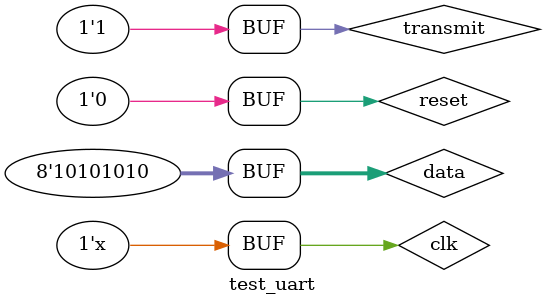
<source format=v>
`timescale 1ns / 1ps


module test_uart(

    );
    
    reg clk;
    reg [7:0] data;
    reg transmit;
    reg reset;
    wire TxD;
    wire [7:0] RData;
    
    
    uart_tx uart_tx_1(clk, data, transmit, reset, TxD);
    uart_rx uart_rx_1(clk, TxD, reset, RData);
    
        initial begin
            clk = 0;
            data = 8'b10101010;
            transmit = 1;
            reset = 1;
            #10 reset = 0;
        end
        
        always begin
            #5 clk = ~clk;
        end
    
endmodule

</source>
